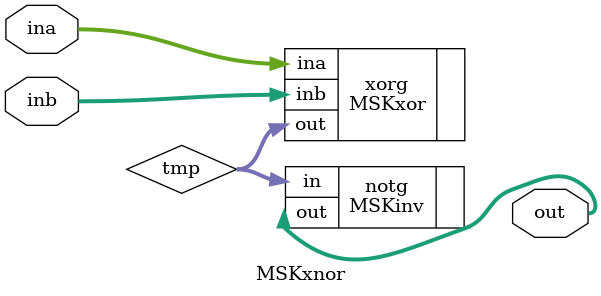
<source format=v>

`ifdef FULLVERIF
(* fv_prop = "affine", fv_strat = "composite", fv_order = d *)
`endif
`ifndef DEFAULTSHARES
`define DEFAULTSHARES 2
`endif
module MSKxnor #(parameter integer d=`DEFAULTSHARES, parameter integer count=1) (ina, inb, out);

(* fv_type = "sharing", fv_latency = 0, fv_count=count *) input  [count*d-1:0] ina, inb;
(* fv_type = "sharing", fv_latency = 0, fv_count=count *) output [count*d-1:0] out;

wire [count*d-1:0] tmp;

MSKxor #(.d(d), .count(count)) xorg(.ina(ina), .inb(inb), .out(tmp));
MSKinv #(.d(d)) notg (.in(tmp), .out(out));

endmodule

</source>
